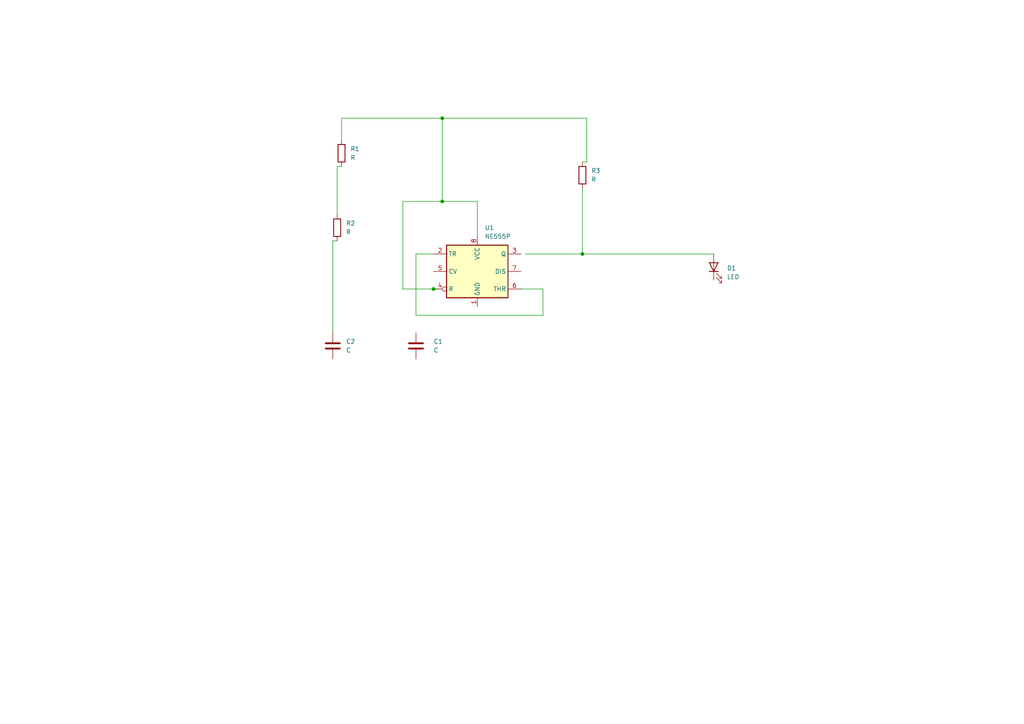
<source format=kicad_sch>
(kicad_sch
	(version 20250114)
	(generator "eeschema")
	(generator_version "9.0")
	(uuid "d7f0f401-1c57-4540-88fe-38471e7c3575")
	(paper "A4")
	(lib_symbols
		(symbol "Device:C"
			(pin_numbers
				(hide yes)
			)
			(pin_names
				(offset 0.254)
			)
			(exclude_from_sim no)
			(in_bom yes)
			(on_board yes)
			(property "Reference" "C"
				(at 0.635 2.54 0)
				(effects
					(font
						(size 1.27 1.27)
					)
					(justify left)
				)
			)
			(property "Value" "C"
				(at 0.635 -2.54 0)
				(effects
					(font
						(size 1.27 1.27)
					)
					(justify left)
				)
			)
			(property "Footprint" ""
				(at 0.9652 -3.81 0)
				(effects
					(font
						(size 1.27 1.27)
					)
					(hide yes)
				)
			)
			(property "Datasheet" "~"
				(at 0 0 0)
				(effects
					(font
						(size 1.27 1.27)
					)
					(hide yes)
				)
			)
			(property "Description" "Unpolarized capacitor"
				(at 0 0 0)
				(effects
					(font
						(size 1.27 1.27)
					)
					(hide yes)
				)
			)
			(property "ki_keywords" "cap capacitor"
				(at 0 0 0)
				(effects
					(font
						(size 1.27 1.27)
					)
					(hide yes)
				)
			)
			(property "ki_fp_filters" "C_*"
				(at 0 0 0)
				(effects
					(font
						(size 1.27 1.27)
					)
					(hide yes)
				)
			)
			(symbol "C_0_1"
				(polyline
					(pts
						(xy -2.032 0.762) (xy 2.032 0.762)
					)
					(stroke
						(width 0.508)
						(type default)
					)
					(fill
						(type none)
					)
				)
				(polyline
					(pts
						(xy -2.032 -0.762) (xy 2.032 -0.762)
					)
					(stroke
						(width 0.508)
						(type default)
					)
					(fill
						(type none)
					)
				)
			)
			(symbol "C_1_1"
				(pin passive line
					(at 0 3.81 270)
					(length 2.794)
					(name "~"
						(effects
							(font
								(size 1.27 1.27)
							)
						)
					)
					(number "1"
						(effects
							(font
								(size 1.27 1.27)
							)
						)
					)
				)
				(pin passive line
					(at 0 -3.81 90)
					(length 2.794)
					(name "~"
						(effects
							(font
								(size 1.27 1.27)
							)
						)
					)
					(number "2"
						(effects
							(font
								(size 1.27 1.27)
							)
						)
					)
				)
			)
			(embedded_fonts no)
		)
		(symbol "Device:LED"
			(pin_numbers
				(hide yes)
			)
			(pin_names
				(offset 1.016)
				(hide yes)
			)
			(exclude_from_sim no)
			(in_bom yes)
			(on_board yes)
			(property "Reference" "D"
				(at 0 2.54 0)
				(effects
					(font
						(size 1.27 1.27)
					)
				)
			)
			(property "Value" "LED"
				(at 0 -2.54 0)
				(effects
					(font
						(size 1.27 1.27)
					)
				)
			)
			(property "Footprint" ""
				(at 0 0 0)
				(effects
					(font
						(size 1.27 1.27)
					)
					(hide yes)
				)
			)
			(property "Datasheet" "~"
				(at 0 0 0)
				(effects
					(font
						(size 1.27 1.27)
					)
					(hide yes)
				)
			)
			(property "Description" "Light emitting diode"
				(at 0 0 0)
				(effects
					(font
						(size 1.27 1.27)
					)
					(hide yes)
				)
			)
			(property "Sim.Pins" "1=K 2=A"
				(at 0 0 0)
				(effects
					(font
						(size 1.27 1.27)
					)
					(hide yes)
				)
			)
			(property "ki_keywords" "LED diode"
				(at 0 0 0)
				(effects
					(font
						(size 1.27 1.27)
					)
					(hide yes)
				)
			)
			(property "ki_fp_filters" "LED* LED_SMD:* LED_THT:*"
				(at 0 0 0)
				(effects
					(font
						(size 1.27 1.27)
					)
					(hide yes)
				)
			)
			(symbol "LED_0_1"
				(polyline
					(pts
						(xy -3.048 -0.762) (xy -4.572 -2.286) (xy -3.81 -2.286) (xy -4.572 -2.286) (xy -4.572 -1.524)
					)
					(stroke
						(width 0)
						(type default)
					)
					(fill
						(type none)
					)
				)
				(polyline
					(pts
						(xy -1.778 -0.762) (xy -3.302 -2.286) (xy -2.54 -2.286) (xy -3.302 -2.286) (xy -3.302 -1.524)
					)
					(stroke
						(width 0)
						(type default)
					)
					(fill
						(type none)
					)
				)
				(polyline
					(pts
						(xy -1.27 0) (xy 1.27 0)
					)
					(stroke
						(width 0)
						(type default)
					)
					(fill
						(type none)
					)
				)
				(polyline
					(pts
						(xy -1.27 -1.27) (xy -1.27 1.27)
					)
					(stroke
						(width 0.254)
						(type default)
					)
					(fill
						(type none)
					)
				)
				(polyline
					(pts
						(xy 1.27 -1.27) (xy 1.27 1.27) (xy -1.27 0) (xy 1.27 -1.27)
					)
					(stroke
						(width 0.254)
						(type default)
					)
					(fill
						(type none)
					)
				)
			)
			(symbol "LED_1_1"
				(pin passive line
					(at -3.81 0 0)
					(length 2.54)
					(name "K"
						(effects
							(font
								(size 1.27 1.27)
							)
						)
					)
					(number "1"
						(effects
							(font
								(size 1.27 1.27)
							)
						)
					)
				)
				(pin passive line
					(at 3.81 0 180)
					(length 2.54)
					(name "A"
						(effects
							(font
								(size 1.27 1.27)
							)
						)
					)
					(number "2"
						(effects
							(font
								(size 1.27 1.27)
							)
						)
					)
				)
			)
			(embedded_fonts no)
		)
		(symbol "Device:R"
			(pin_numbers
				(hide yes)
			)
			(pin_names
				(offset 0)
			)
			(exclude_from_sim no)
			(in_bom yes)
			(on_board yes)
			(property "Reference" "R"
				(at 2.032 0 90)
				(effects
					(font
						(size 1.27 1.27)
					)
				)
			)
			(property "Value" "R"
				(at 0 0 90)
				(effects
					(font
						(size 1.27 1.27)
					)
				)
			)
			(property "Footprint" ""
				(at -1.778 0 90)
				(effects
					(font
						(size 1.27 1.27)
					)
					(hide yes)
				)
			)
			(property "Datasheet" "~"
				(at 0 0 0)
				(effects
					(font
						(size 1.27 1.27)
					)
					(hide yes)
				)
			)
			(property "Description" "Resistor"
				(at 0 0 0)
				(effects
					(font
						(size 1.27 1.27)
					)
					(hide yes)
				)
			)
			(property "ki_keywords" "R res resistor"
				(at 0 0 0)
				(effects
					(font
						(size 1.27 1.27)
					)
					(hide yes)
				)
			)
			(property "ki_fp_filters" "R_*"
				(at 0 0 0)
				(effects
					(font
						(size 1.27 1.27)
					)
					(hide yes)
				)
			)
			(symbol "R_0_1"
				(rectangle
					(start -1.016 -2.54)
					(end 1.016 2.54)
					(stroke
						(width 0.254)
						(type default)
					)
					(fill
						(type none)
					)
				)
			)
			(symbol "R_1_1"
				(pin passive line
					(at 0 3.81 270)
					(length 1.27)
					(name "~"
						(effects
							(font
								(size 1.27 1.27)
							)
						)
					)
					(number "1"
						(effects
							(font
								(size 1.27 1.27)
							)
						)
					)
				)
				(pin passive line
					(at 0 -3.81 90)
					(length 1.27)
					(name "~"
						(effects
							(font
								(size 1.27 1.27)
							)
						)
					)
					(number "2"
						(effects
							(font
								(size 1.27 1.27)
							)
						)
					)
				)
			)
			(embedded_fonts no)
		)
		(symbol "Timer:NE555P"
			(exclude_from_sim no)
			(in_bom yes)
			(on_board yes)
			(property "Reference" "U"
				(at -10.16 8.89 0)
				(effects
					(font
						(size 1.27 1.27)
					)
					(justify left)
				)
			)
			(property "Value" "NE555P"
				(at 2.54 8.89 0)
				(effects
					(font
						(size 1.27 1.27)
					)
					(justify left)
				)
			)
			(property "Footprint" "Package_DIP:DIP-8_W7.62mm"
				(at 16.51 -10.16 0)
				(effects
					(font
						(size 1.27 1.27)
					)
					(hide yes)
				)
			)
			(property "Datasheet" "http://www.ti.com/lit/ds/symlink/ne555.pdf"
				(at 21.59 -10.16 0)
				(effects
					(font
						(size 1.27 1.27)
					)
					(hide yes)
				)
			)
			(property "Description" "Precision Timers, 555 compatible,  PDIP-8"
				(at 0 0 0)
				(effects
					(font
						(size 1.27 1.27)
					)
					(hide yes)
				)
			)
			(property "ki_keywords" "single timer 555"
				(at 0 0 0)
				(effects
					(font
						(size 1.27 1.27)
					)
					(hide yes)
				)
			)
			(property "ki_fp_filters" "DIP*W7.62mm*"
				(at 0 0 0)
				(effects
					(font
						(size 1.27 1.27)
					)
					(hide yes)
				)
			)
			(symbol "NE555P_0_0"
				(pin power_in line
					(at 0 10.16 270)
					(length 2.54)
					(name "VCC"
						(effects
							(font
								(size 1.27 1.27)
							)
						)
					)
					(number "8"
						(effects
							(font
								(size 1.27 1.27)
							)
						)
					)
				)
				(pin power_in line
					(at 0 -10.16 90)
					(length 2.54)
					(name "GND"
						(effects
							(font
								(size 1.27 1.27)
							)
						)
					)
					(number "1"
						(effects
							(font
								(size 1.27 1.27)
							)
						)
					)
				)
			)
			(symbol "NE555P_0_1"
				(rectangle
					(start -8.89 -7.62)
					(end 8.89 7.62)
					(stroke
						(width 0.254)
						(type default)
					)
					(fill
						(type background)
					)
				)
				(rectangle
					(start -8.89 -7.62)
					(end 8.89 7.62)
					(stroke
						(width 0.254)
						(type default)
					)
					(fill
						(type background)
					)
				)
			)
			(symbol "NE555P_1_1"
				(pin input line
					(at -12.7 5.08 0)
					(length 3.81)
					(name "TR"
						(effects
							(font
								(size 1.27 1.27)
							)
						)
					)
					(number "2"
						(effects
							(font
								(size 1.27 1.27)
							)
						)
					)
				)
				(pin input line
					(at -12.7 0 0)
					(length 3.81)
					(name "CV"
						(effects
							(font
								(size 1.27 1.27)
							)
						)
					)
					(number "5"
						(effects
							(font
								(size 1.27 1.27)
							)
						)
					)
				)
				(pin input inverted
					(at -12.7 -5.08 0)
					(length 3.81)
					(name "R"
						(effects
							(font
								(size 1.27 1.27)
							)
						)
					)
					(number "4"
						(effects
							(font
								(size 1.27 1.27)
							)
						)
					)
				)
				(pin output line
					(at 12.7 5.08 180)
					(length 3.81)
					(name "Q"
						(effects
							(font
								(size 1.27 1.27)
							)
						)
					)
					(number "3"
						(effects
							(font
								(size 1.27 1.27)
							)
						)
					)
				)
				(pin input line
					(at 12.7 0 180)
					(length 3.81)
					(name "DIS"
						(effects
							(font
								(size 1.27 1.27)
							)
						)
					)
					(number "7"
						(effects
							(font
								(size 1.27 1.27)
							)
						)
					)
				)
				(pin input line
					(at 12.7 -5.08 180)
					(length 3.81)
					(name "THR"
						(effects
							(font
								(size 1.27 1.27)
							)
						)
					)
					(number "6"
						(effects
							(font
								(size 1.27 1.27)
							)
						)
					)
				)
			)
			(embedded_fonts no)
		)
	)
	(junction
		(at 125.73 83.82)
		(diameter 0)
		(color 0 0 0 0)
		(uuid "933e4fd4-f1a7-4536-a1a6-14191804d34e")
	)
	(junction
		(at 168.91 73.66)
		(diameter 0)
		(color 0 0 0 0)
		(uuid "cf861383-a968-45e5-9da8-f1b23229066d")
	)
	(junction
		(at 128.27 58.42)
		(diameter 0)
		(color 0 0 0 0)
		(uuid "e86ae8be-8333-417c-bc00-10e4d19a300b")
	)
	(junction
		(at 128.27 34.29)
		(diameter 0)
		(color 0 0 0 0)
		(uuid "ef8bead0-8fc1-4e20-bea1-f6be638b96a8")
	)
	(wire
		(pts
			(xy 99.06 34.29) (xy 128.27 34.29)
		)
		(stroke
			(width 0)
			(type default)
		)
		(uuid "2f495c58-20dd-4321-b9bd-8b16b5fdfc7c")
	)
	(wire
		(pts
			(xy 97.79 48.26) (xy 99.06 48.26)
		)
		(stroke
			(width 0)
			(type default)
		)
		(uuid "3373fc0f-51b0-471b-9d1b-3cadce4c3bc6")
	)
	(wire
		(pts
			(xy 125.73 83.82) (xy 116.84 83.82)
		)
		(stroke
			(width 0)
			(type default)
		)
		(uuid "360306bd-4855-410c-a107-2f2cf7fa21fc")
	)
	(wire
		(pts
			(xy 152.4 73.66) (xy 168.91 73.66)
		)
		(stroke
			(width 0)
			(type default)
		)
		(uuid "41bdca3f-eb6d-4f22-b1d2-66e7a29cdfde")
	)
	(wire
		(pts
			(xy 116.84 58.42) (xy 128.27 58.42)
		)
		(stroke
			(width 0)
			(type default)
		)
		(uuid "50d81c40-87cc-4aba-b6fd-17d68aaae41c")
	)
	(wire
		(pts
			(xy 151.13 83.82) (xy 157.48 83.82)
		)
		(stroke
			(width 0)
			(type default)
		)
		(uuid "53d02031-bf79-4c83-b5e0-40d3149f152f")
	)
	(wire
		(pts
			(xy 97.79 62.23) (xy 97.79 48.26)
		)
		(stroke
			(width 0)
			(type default)
		)
		(uuid "5744c796-9b6a-4d1a-8bf6-cfa34ebacb47")
	)
	(wire
		(pts
			(xy 99.06 40.64) (xy 99.06 34.29)
		)
		(stroke
			(width 0)
			(type default)
		)
		(uuid "6135dfed-fe28-4093-9d37-2bd35e89917a")
	)
	(wire
		(pts
			(xy 96.52 96.52) (xy 96.52 69.85)
		)
		(stroke
			(width 0)
			(type default)
		)
		(uuid "6ba9301e-872a-4a8d-8929-860a9587428b")
	)
	(wire
		(pts
			(xy 120.65 73.66) (xy 125.73 73.66)
		)
		(stroke
			(width 0)
			(type default)
		)
		(uuid "70b83d49-d2a8-4e3a-8980-1ea09a72e32d")
	)
	(wire
		(pts
			(xy 168.91 54.61) (xy 168.91 73.66)
		)
		(stroke
			(width 0)
			(type default)
		)
		(uuid "71f67004-b4f0-4d30-9da5-1babfee0865c")
	)
	(wire
		(pts
			(xy 157.48 83.82) (xy 157.48 91.44)
		)
		(stroke
			(width 0)
			(type default)
		)
		(uuid "7436795e-2ff9-4352-87f0-fb622503ad60")
	)
	(wire
		(pts
			(xy 128.27 34.29) (xy 170.18 34.29)
		)
		(stroke
			(width 0)
			(type default)
		)
		(uuid "7e8e7d75-bfc4-4d3b-a8f5-2e596b212b5a")
	)
	(wire
		(pts
			(xy 120.65 91.44) (xy 120.65 73.66)
		)
		(stroke
			(width 0)
			(type default)
		)
		(uuid "91abfb43-b048-4019-8b72-19b6c8caafa8")
	)
	(wire
		(pts
			(xy 170.18 34.29) (xy 170.18 46.99)
		)
		(stroke
			(width 0)
			(type default)
		)
		(uuid "aa993f08-d21b-45b8-a865-c8e353d146e6")
	)
	(wire
		(pts
			(xy 157.48 91.44) (xy 120.65 91.44)
		)
		(stroke
			(width 0)
			(type default)
		)
		(uuid "b0bee78c-986f-4b8b-8a2d-c8db4f4a7ba1")
	)
	(wire
		(pts
			(xy 96.52 69.85) (xy 97.79 69.85)
		)
		(stroke
			(width 0)
			(type default)
		)
		(uuid "b5413b6f-c38b-4685-afcd-962bf4a1a796")
	)
	(wire
		(pts
			(xy 128.27 58.42) (xy 138.43 58.42)
		)
		(stroke
			(width 0)
			(type default)
		)
		(uuid "c9a656bb-ea9d-4758-aa86-51717b4ba1f0")
	)
	(wire
		(pts
			(xy 168.91 73.66) (xy 207.01 73.66)
		)
		(stroke
			(width 0)
			(type default)
		)
		(uuid "cfc56afe-6408-47cf-ac77-b4a9497df1b2")
	)
	(wire
		(pts
			(xy 116.84 83.82) (xy 116.84 58.42)
		)
		(stroke
			(width 0)
			(type default)
		)
		(uuid "df98e8a3-610e-43d3-9382-c631c4e299d1")
	)
	(wire
		(pts
			(xy 128.27 58.42) (xy 128.27 34.29)
		)
		(stroke
			(width 0)
			(type default)
		)
		(uuid "e5117f40-956a-439b-a819-dd84d608f94c")
	)
	(wire
		(pts
			(xy 127 83.82) (xy 125.73 83.82)
		)
		(stroke
			(width 0)
			(type default)
		)
		(uuid "e9071fde-3b08-47e3-92db-fcc9997efc4a")
	)
	(wire
		(pts
			(xy 138.43 58.42) (xy 138.43 68.58)
		)
		(stroke
			(width 0)
			(type default)
		)
		(uuid "e92c1813-8006-47c0-a1b7-750b95763c52")
	)
	(wire
		(pts
			(xy 170.18 46.99) (xy 168.91 46.99)
		)
		(stroke
			(width 0)
			(type default)
		)
		(uuid "f82d0d4f-0ac2-42fb-8178-6ef072b90e45")
	)
	(symbol
		(lib_id "Device:LED")
		(at 207.01 77.47 90)
		(unit 1)
		(exclude_from_sim no)
		(in_bom yes)
		(on_board yes)
		(dnp no)
		(fields_autoplaced yes)
		(uuid "119dc860-0c8f-4958-a668-6a762e7269e0")
		(property "Reference" "D1"
			(at 210.82 77.7874 90)
			(effects
				(font
					(size 1.27 1.27)
				)
				(justify right)
			)
		)
		(property "Value" "LED"
			(at 210.82 80.3274 90)
			(effects
				(font
					(size 1.27 1.27)
				)
				(justify right)
			)
		)
		(property "Footprint" ""
			(at 207.01 77.47 0)
			(effects
				(font
					(size 1.27 1.27)
				)
				(hide yes)
			)
		)
		(property "Datasheet" "~"
			(at 207.01 77.47 0)
			(effects
				(font
					(size 1.27 1.27)
				)
				(hide yes)
			)
		)
		(property "Description" "Light emitting diode"
			(at 207.01 77.47 0)
			(effects
				(font
					(size 1.27 1.27)
				)
				(hide yes)
			)
		)
		(property "Sim.Pins" "1=K 2=A"
			(at 207.01 77.47 0)
			(effects
				(font
					(size 1.27 1.27)
				)
				(hide yes)
			)
		)
		(pin "1"
			(uuid "37e224fa-1dd6-41aa-b39b-fc0f34d79931")
		)
		(pin "2"
			(uuid "dd21a27a-1470-48c4-84c8-f7f0781a778a")
		)
		(instances
			(project ""
				(path "/d7f0f401-1c57-4540-88fe-38471e7c3575"
					(reference "D1")
					(unit 1)
				)
			)
		)
	)
	(symbol
		(lib_id "Device:R")
		(at 99.06 44.45 0)
		(unit 1)
		(exclude_from_sim no)
		(in_bom yes)
		(on_board yes)
		(dnp no)
		(fields_autoplaced yes)
		(uuid "26e418c0-797a-4fe7-8733-6dc7ae252d51")
		(property "Reference" "R1"
			(at 101.6 43.1799 0)
			(effects
				(font
					(size 1.27 1.27)
				)
				(justify left)
			)
		)
		(property "Value" "R"
			(at 101.6 45.7199 0)
			(effects
				(font
					(size 1.27 1.27)
				)
				(justify left)
			)
		)
		(property "Footprint" ""
			(at 97.282 44.45 90)
			(effects
				(font
					(size 1.27 1.27)
				)
				(hide yes)
			)
		)
		(property "Datasheet" "~"
			(at 99.06 44.45 0)
			(effects
				(font
					(size 1.27 1.27)
				)
				(hide yes)
			)
		)
		(property "Description" "Resistor"
			(at 99.06 44.45 0)
			(effects
				(font
					(size 1.27 1.27)
				)
				(hide yes)
			)
		)
		(pin "1"
			(uuid "4bfc50cd-4e67-435c-a1a6-8cfb1281e865")
		)
		(pin "2"
			(uuid "5e5f72bd-e8d3-4ae6-b435-46c997ad5e6f")
		)
		(instances
			(project ""
				(path "/d7f0f401-1c57-4540-88fe-38471e7c3575"
					(reference "R1")
					(unit 1)
				)
			)
		)
	)
	(symbol
		(lib_id "Device:R")
		(at 168.91 50.8 0)
		(unit 1)
		(exclude_from_sim no)
		(in_bom yes)
		(on_board yes)
		(dnp no)
		(fields_autoplaced yes)
		(uuid "53180af3-ccad-46b2-aee4-9c703895a547")
		(property "Reference" "R3"
			(at 171.45 49.5299 0)
			(effects
				(font
					(size 1.27 1.27)
				)
				(justify left)
			)
		)
		(property "Value" "R"
			(at 171.45 52.0699 0)
			(effects
				(font
					(size 1.27 1.27)
				)
				(justify left)
			)
		)
		(property "Footprint" ""
			(at 167.132 50.8 90)
			(effects
				(font
					(size 1.27 1.27)
				)
				(hide yes)
			)
		)
		(property "Datasheet" "~"
			(at 168.91 50.8 0)
			(effects
				(font
					(size 1.27 1.27)
				)
				(hide yes)
			)
		)
		(property "Description" "Resistor"
			(at 168.91 50.8 0)
			(effects
				(font
					(size 1.27 1.27)
				)
				(hide yes)
			)
		)
		(pin "1"
			(uuid "702ed4db-3efa-496e-86e9-727fbd0a955b")
		)
		(pin "2"
			(uuid "bfbd11c5-8e8c-400a-aa19-3ad1391f9d8c")
		)
		(instances
			(project ""
				(path "/d7f0f401-1c57-4540-88fe-38471e7c3575"
					(reference "R3")
					(unit 1)
				)
			)
		)
	)
	(symbol
		(lib_id "Device:R")
		(at 97.79 66.04 0)
		(unit 1)
		(exclude_from_sim no)
		(in_bom yes)
		(on_board yes)
		(dnp no)
		(fields_autoplaced yes)
		(uuid "62896ce0-e2c2-4ce1-b4e6-7bd1f8439393")
		(property "Reference" "R2"
			(at 100.33 64.7699 0)
			(effects
				(font
					(size 1.27 1.27)
				)
				(justify left)
			)
		)
		(property "Value" "R"
			(at 100.33 67.3099 0)
			(effects
				(font
					(size 1.27 1.27)
				)
				(justify left)
			)
		)
		(property "Footprint" ""
			(at 96.012 66.04 90)
			(effects
				(font
					(size 1.27 1.27)
				)
				(hide yes)
			)
		)
		(property "Datasheet" "~"
			(at 97.79 66.04 0)
			(effects
				(font
					(size 1.27 1.27)
				)
				(hide yes)
			)
		)
		(property "Description" "Resistor"
			(at 97.79 66.04 0)
			(effects
				(font
					(size 1.27 1.27)
				)
				(hide yes)
			)
		)
		(pin "1"
			(uuid "8a858223-9e83-426a-b5b5-d3e0d74ce57b")
		)
		(pin "2"
			(uuid "a1938720-3a49-4c9b-a1fa-677e300d8c1c")
		)
		(instances
			(project ""
				(path "/d7f0f401-1c57-4540-88fe-38471e7c3575"
					(reference "R2")
					(unit 1)
				)
			)
		)
	)
	(symbol
		(lib_id "Device:C")
		(at 96.52 100.33 0)
		(unit 1)
		(exclude_from_sim no)
		(in_bom yes)
		(on_board yes)
		(dnp no)
		(fields_autoplaced yes)
		(uuid "c60b32e3-a2cd-4b61-af7e-a3d8235a8e7d")
		(property "Reference" "C2"
			(at 100.33 99.0599 0)
			(effects
				(font
					(size 1.27 1.27)
				)
				(justify left)
			)
		)
		(property "Value" "C"
			(at 100.33 101.5999 0)
			(effects
				(font
					(size 1.27 1.27)
				)
				(justify left)
			)
		)
		(property "Footprint" ""
			(at 97.4852 104.14 0)
			(effects
				(font
					(size 1.27 1.27)
				)
				(hide yes)
			)
		)
		(property "Datasheet" "~"
			(at 96.52 100.33 0)
			(effects
				(font
					(size 1.27 1.27)
				)
				(hide yes)
			)
		)
		(property "Description" "Unpolarized capacitor"
			(at 96.52 100.33 0)
			(effects
				(font
					(size 1.27 1.27)
				)
				(hide yes)
			)
		)
		(pin "1"
			(uuid "b4b8cc69-3c32-4e6c-b6b3-4a967495e2d6")
		)
		(pin "2"
			(uuid "3d08b9ac-9c1a-4892-a372-9a5fe49d781f")
		)
		(instances
			(project ""
				(path "/d7f0f401-1c57-4540-88fe-38471e7c3575"
					(reference "C2")
					(unit 1)
				)
			)
		)
	)
	(symbol
		(lib_id "Timer:NE555P")
		(at 138.43 78.74 0)
		(unit 1)
		(exclude_from_sim no)
		(in_bom yes)
		(on_board yes)
		(dnp no)
		(fields_autoplaced yes)
		(uuid "f0d05bcd-57bc-4fc6-900d-a88c525ca92e")
		(property "Reference" "U1"
			(at 140.5733 66.04 0)
			(effects
				(font
					(size 1.27 1.27)
				)
				(justify left)
			)
		)
		(property "Value" "NE555P"
			(at 140.5733 68.58 0)
			(effects
				(font
					(size 1.27 1.27)
				)
				(justify left)
			)
		)
		(property "Footprint" "Package_DIP:DIP-8_W7.62mm"
			(at 154.94 88.9 0)
			(effects
				(font
					(size 1.27 1.27)
				)
				(hide yes)
			)
		)
		(property "Datasheet" "http://www.ti.com/lit/ds/symlink/ne555.pdf"
			(at 160.02 88.9 0)
			(effects
				(font
					(size 1.27 1.27)
				)
				(hide yes)
			)
		)
		(property "Description" "Precision Timers, 555 compatible,  PDIP-8"
			(at 138.43 78.74 0)
			(effects
				(font
					(size 1.27 1.27)
				)
				(hide yes)
			)
		)
		(pin "8"
			(uuid "d8420d76-dfa2-4cb2-8c5b-21d54ca4b316")
		)
		(pin "3"
			(uuid "0503fc49-7569-46e4-877f-4a4c928f7df1")
		)
		(pin "7"
			(uuid "a32c9356-80b8-4b58-81a8-2ed4eb5e0ece")
		)
		(pin "4"
			(uuid "b40ec181-88b4-40d6-8b2b-1d5ce1400231")
		)
		(pin "6"
			(uuid "ac020250-4f0b-4a12-bccc-e709b3d7065e")
		)
		(pin "2"
			(uuid "d8458d92-1d9e-4501-9606-b9e60b8742ca")
		)
		(pin "1"
			(uuid "bd7ce633-d18e-4d16-97e1-99cfef8372a8")
		)
		(pin "5"
			(uuid "6efa6ac8-40eb-4134-bb5e-a2da676a3970")
		)
		(instances
			(project ""
				(path "/d7f0f401-1c57-4540-88fe-38471e7c3575"
					(reference "U1")
					(unit 1)
				)
			)
		)
	)
	(symbol
		(lib_id "Device:C")
		(at 120.65 100.33 0)
		(unit 1)
		(exclude_from_sim no)
		(in_bom yes)
		(on_board yes)
		(dnp no)
		(fields_autoplaced yes)
		(uuid "f88559d0-5c9b-4013-b7ae-481627946d82")
		(property "Reference" "C1"
			(at 125.73 99.0599 0)
			(effects
				(font
					(size 1.27 1.27)
				)
				(justify left)
			)
		)
		(property "Value" "C"
			(at 125.73 101.5999 0)
			(effects
				(font
					(size 1.27 1.27)
				)
				(justify left)
			)
		)
		(property "Footprint" ""
			(at 121.6152 104.14 0)
			(effects
				(font
					(size 1.27 1.27)
				)
				(hide yes)
			)
		)
		(property "Datasheet" "~"
			(at 120.65 100.33 0)
			(effects
				(font
					(size 1.27 1.27)
				)
				(hide yes)
			)
		)
		(property "Description" "Unpolarized capacitor"
			(at 120.65 100.33 0)
			(effects
				(font
					(size 1.27 1.27)
				)
				(hide yes)
			)
		)
		(pin "2"
			(uuid "678db5f6-14e4-4ed5-9237-41b43806860a")
		)
		(pin "1"
			(uuid "76b81c23-dc27-4357-8630-aa1f5209bba1")
		)
		(instances
			(project ""
				(path "/d7f0f401-1c57-4540-88fe-38471e7c3575"
					(reference "C1")
					(unit 1)
				)
			)
		)
	)
	(sheet_instances
		(path "/"
			(page "1")
		)
	)
	(embedded_fonts no)
)

</source>
